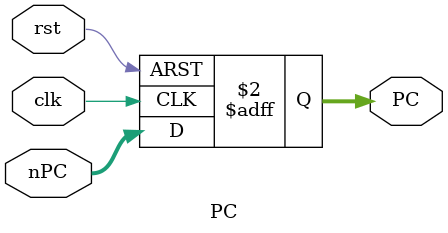
<source format=v>
module PC (rst,clk,nPC,PC);//(rst,clk,PCWrite,nPC,PC);
    
    input         rst;
    input         clk;
    //input         PCWrite;
    input [31:0]  nPC;
    output [31:0] PC;
    
    reg [31:0]    PC;
    
    always@(posedge clk or posedge rst )
       if(rst)
          PC <= 'h00003000;
       else 
          PC <= nPC;
        
endmodule
</source>
